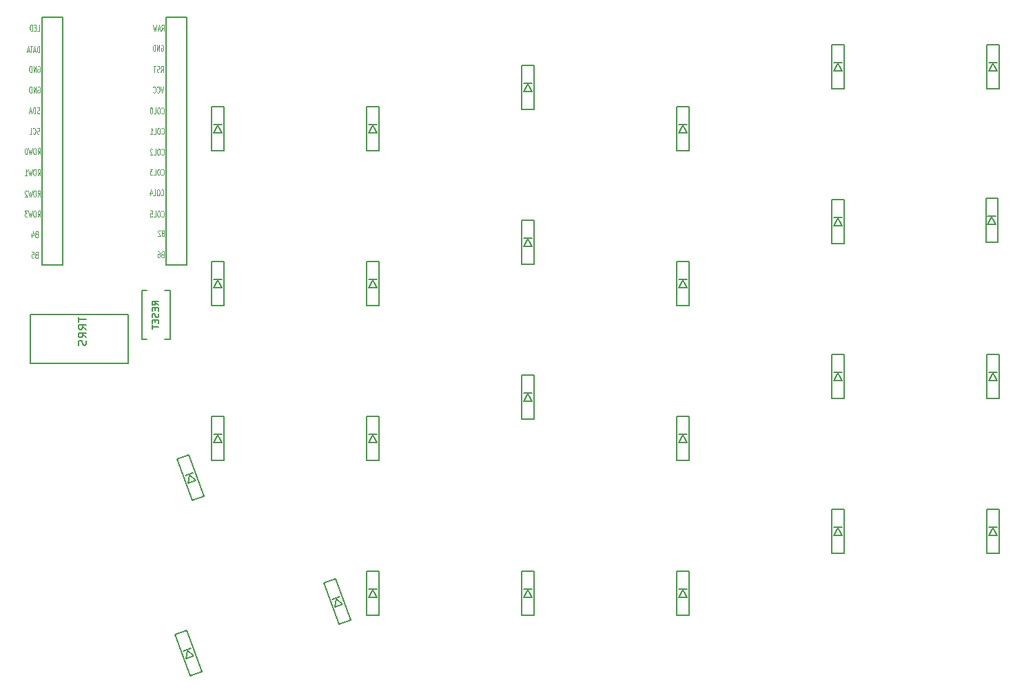
<source format=gbr>
G04 #@! TF.GenerationSoftware,KiCad,Pcbnew,(5.0.2)-1*
G04 #@! TF.CreationDate,2019-03-26T19:18:29+09:00*
G04 #@! TF.ProjectId,ergo50,6572676f-3530-42e6-9b69-6361645f7063,rev?*
G04 #@! TF.SameCoordinates,Original*
G04 #@! TF.FileFunction,Legend,Bot*
G04 #@! TF.FilePolarity,Positive*
%FSLAX46Y46*%
G04 Gerber Fmt 4.6, Leading zero omitted, Abs format (unit mm)*
G04 Created by KiCad (PCBNEW (5.0.2)-1) date 2019/03/26 19:18:29*
%MOMM*%
%LPD*%
G01*
G04 APERTURE LIST*
%ADD10C,0.150000*%
%ADD11C,0.125000*%
G04 APERTURE END LIST*
D10*
G04 #@! TO.C,D26*
X201410000Y-128430000D02*
X199910000Y-128430000D01*
X201410000Y-123030000D02*
X201410000Y-128430000D01*
X199910000Y-123030000D02*
X201410000Y-123030000D01*
X199910000Y-128430000D02*
X199910000Y-123030000D01*
X200160000Y-125230000D02*
X201160000Y-125230000D01*
X201160000Y-126230000D02*
X200660000Y-125330000D01*
X200160000Y-126230000D02*
X201160000Y-126230000D01*
X200660000Y-125330000D02*
X200160000Y-126230000D01*
G04 #@! TO.C,D25*
X200660000Y-106280000D02*
X200160000Y-107180000D01*
X200160000Y-107180000D02*
X201160000Y-107180000D01*
X201160000Y-107180000D02*
X200660000Y-106280000D01*
X200160000Y-106180000D02*
X201160000Y-106180000D01*
X199910000Y-109380000D02*
X199910000Y-103980000D01*
X199910000Y-103980000D02*
X201410000Y-103980000D01*
X201410000Y-103980000D02*
X201410000Y-109380000D01*
X201410000Y-109380000D02*
X199910000Y-109380000D01*
G04 #@! TO.C,D24*
X201299384Y-90137371D02*
X199799384Y-90137371D01*
X201299384Y-84737371D02*
X201299384Y-90137371D01*
X199799384Y-84737371D02*
X201299384Y-84737371D01*
X199799384Y-90137371D02*
X199799384Y-84737371D01*
X200049384Y-86937371D02*
X201049384Y-86937371D01*
X201049384Y-87937371D02*
X200549384Y-87037371D01*
X200049384Y-87937371D02*
X201049384Y-87937371D01*
X200549384Y-87037371D02*
X200049384Y-87937371D01*
G04 #@! TO.C,D23*
X200660000Y-68180000D02*
X200160000Y-69080000D01*
X200160000Y-69080000D02*
X201160000Y-69080000D01*
X201160000Y-69080000D02*
X200660000Y-68180000D01*
X200160000Y-68080000D02*
X201160000Y-68080000D01*
X199910000Y-71280000D02*
X199910000Y-65880000D01*
X199910000Y-65880000D02*
X201410000Y-65880000D01*
X201410000Y-65880000D02*
X201410000Y-71280000D01*
X201410000Y-71280000D02*
X199910000Y-71280000D01*
G04 #@! TO.C,D22*
X181610000Y-125330000D02*
X181110000Y-126230000D01*
X181110000Y-126230000D02*
X182110000Y-126230000D01*
X182110000Y-126230000D02*
X181610000Y-125330000D01*
X181110000Y-125230000D02*
X182110000Y-125230000D01*
X180860000Y-128430000D02*
X180860000Y-123030000D01*
X180860000Y-123030000D02*
X182360000Y-123030000D01*
X182360000Y-123030000D02*
X182360000Y-128430000D01*
X182360000Y-128430000D02*
X180860000Y-128430000D01*
G04 #@! TO.C,D21*
X182360000Y-109380000D02*
X180860000Y-109380000D01*
X182360000Y-103980000D02*
X182360000Y-109380000D01*
X180860000Y-103980000D02*
X182360000Y-103980000D01*
X180860000Y-109380000D02*
X180860000Y-103980000D01*
X181110000Y-106180000D02*
X182110000Y-106180000D01*
X182110000Y-107180000D02*
X181610000Y-106280000D01*
X181110000Y-107180000D02*
X182110000Y-107180000D01*
X181610000Y-106280000D02*
X181110000Y-107180000D01*
G04 #@! TO.C,D20*
X181610000Y-87230000D02*
X181110000Y-88130000D01*
X181110000Y-88130000D02*
X182110000Y-88130000D01*
X182110000Y-88130000D02*
X181610000Y-87230000D01*
X181110000Y-87130000D02*
X182110000Y-87130000D01*
X180860000Y-90330000D02*
X180860000Y-84930000D01*
X180860000Y-84930000D02*
X182360000Y-84930000D01*
X182360000Y-84930000D02*
X182360000Y-90330000D01*
X182360000Y-90330000D02*
X180860000Y-90330000D01*
G04 #@! TO.C,D19*
X182360000Y-71280000D02*
X180860000Y-71280000D01*
X182360000Y-65880000D02*
X182360000Y-71280000D01*
X180860000Y-65880000D02*
X182360000Y-65880000D01*
X180860000Y-71280000D02*
X180860000Y-65880000D01*
X181110000Y-68080000D02*
X182110000Y-68080000D01*
X182110000Y-69080000D02*
X181610000Y-68180000D01*
X181110000Y-69080000D02*
X182110000Y-69080000D01*
X181610000Y-68180000D02*
X181110000Y-69080000D01*
G04 #@! TO.C,D18*
X163310000Y-136050000D02*
X161810000Y-136050000D01*
X163310000Y-130650000D02*
X163310000Y-136050000D01*
X161810000Y-130650000D02*
X163310000Y-130650000D01*
X161810000Y-136050000D02*
X161810000Y-130650000D01*
X162060000Y-132850000D02*
X163060000Y-132850000D01*
X163060000Y-133850000D02*
X162560000Y-132950000D01*
X162060000Y-133850000D02*
X163060000Y-133850000D01*
X162560000Y-132950000D02*
X162060000Y-133850000D01*
G04 #@! TO.C,D17*
X162560000Y-113900000D02*
X162060000Y-114800000D01*
X162060000Y-114800000D02*
X163060000Y-114800000D01*
X163060000Y-114800000D02*
X162560000Y-113900000D01*
X162060000Y-113800000D02*
X163060000Y-113800000D01*
X161810000Y-117000000D02*
X161810000Y-111600000D01*
X161810000Y-111600000D02*
X163310000Y-111600000D01*
X163310000Y-111600000D02*
X163310000Y-117000000D01*
X163310000Y-117000000D02*
X161810000Y-117000000D01*
G04 #@! TO.C,D16*
X163310000Y-97950000D02*
X161810000Y-97950000D01*
X163310000Y-92550000D02*
X163310000Y-97950000D01*
X161810000Y-92550000D02*
X163310000Y-92550000D01*
X161810000Y-97950000D02*
X161810000Y-92550000D01*
X162060000Y-94750000D02*
X163060000Y-94750000D01*
X163060000Y-95750000D02*
X162560000Y-94850000D01*
X162060000Y-95750000D02*
X163060000Y-95750000D01*
X162560000Y-94850000D02*
X162060000Y-95750000D01*
G04 #@! TO.C,D15*
X162560000Y-75800000D02*
X162060000Y-76700000D01*
X162060000Y-76700000D02*
X163060000Y-76700000D01*
X163060000Y-76700000D02*
X162560000Y-75800000D01*
X162060000Y-75700000D02*
X163060000Y-75700000D01*
X161810000Y-78900000D02*
X161810000Y-73500000D01*
X161810000Y-73500000D02*
X163310000Y-73500000D01*
X163310000Y-73500000D02*
X163310000Y-78900000D01*
X163310000Y-78900000D02*
X161810000Y-78900000D01*
G04 #@! TO.C,D14*
X143510000Y-132950000D02*
X143010000Y-133850000D01*
X143010000Y-133850000D02*
X144010000Y-133850000D01*
X144010000Y-133850000D02*
X143510000Y-132950000D01*
X143010000Y-132850000D02*
X144010000Y-132850000D01*
X142760000Y-136050000D02*
X142760000Y-130650000D01*
X142760000Y-130650000D02*
X144260000Y-130650000D01*
X144260000Y-130650000D02*
X144260000Y-136050000D01*
X144260000Y-136050000D02*
X142760000Y-136050000D01*
G04 #@! TO.C,D13*
X144260000Y-111920000D02*
X142760000Y-111920000D01*
X144260000Y-106520000D02*
X144260000Y-111920000D01*
X142760000Y-106520000D02*
X144260000Y-106520000D01*
X142760000Y-111920000D02*
X142760000Y-106520000D01*
X143010000Y-108720000D02*
X144010000Y-108720000D01*
X144010000Y-109720000D02*
X143510000Y-108820000D01*
X143010000Y-109720000D02*
X144010000Y-109720000D01*
X143510000Y-108820000D02*
X143010000Y-109720000D01*
G04 #@! TO.C,D12*
X143510000Y-89770000D02*
X143010000Y-90670000D01*
X143010000Y-90670000D02*
X144010000Y-90670000D01*
X144010000Y-90670000D02*
X143510000Y-89770000D01*
X143010000Y-89670000D02*
X144010000Y-89670000D01*
X142760000Y-92870000D02*
X142760000Y-87470000D01*
X142760000Y-87470000D02*
X144260000Y-87470000D01*
X144260000Y-87470000D02*
X144260000Y-92870000D01*
X144260000Y-92870000D02*
X142760000Y-92870000D01*
G04 #@! TO.C,D11*
X144260000Y-73820000D02*
X142760000Y-73820000D01*
X144260000Y-68420000D02*
X144260000Y-73820000D01*
X142760000Y-68420000D02*
X144260000Y-68420000D01*
X142760000Y-73820000D02*
X142760000Y-68420000D01*
X143010000Y-70620000D02*
X144010000Y-70620000D01*
X144010000Y-71620000D02*
X143510000Y-70720000D01*
X143010000Y-71620000D02*
X144010000Y-71620000D01*
X143510000Y-70720000D02*
X143010000Y-71620000D01*
G04 #@! TO.C,D9*
X124460000Y-113900000D02*
X123960000Y-114800000D01*
X123960000Y-114800000D02*
X124960000Y-114800000D01*
X124960000Y-114800000D02*
X124460000Y-113900000D01*
X123960000Y-113800000D02*
X124960000Y-113800000D01*
X123710000Y-117000000D02*
X123710000Y-111600000D01*
X123710000Y-111600000D02*
X125210000Y-111600000D01*
X125210000Y-111600000D02*
X125210000Y-117000000D01*
X125210000Y-117000000D02*
X123710000Y-117000000D01*
G04 #@! TO.C,D8*
X125210000Y-97950000D02*
X123710000Y-97950000D01*
X125210000Y-92550000D02*
X125210000Y-97950000D01*
X123710000Y-92550000D02*
X125210000Y-92550000D01*
X123710000Y-97950000D02*
X123710000Y-92550000D01*
X123960000Y-94750000D02*
X124960000Y-94750000D01*
X124960000Y-95750000D02*
X124460000Y-94850000D01*
X123960000Y-95750000D02*
X124960000Y-95750000D01*
X124460000Y-94850000D02*
X123960000Y-95750000D01*
G04 #@! TO.C,D7*
X124460000Y-75800000D02*
X123960000Y-76700000D01*
X123960000Y-76700000D02*
X124960000Y-76700000D01*
X124960000Y-76700000D02*
X124460000Y-75800000D01*
X123960000Y-75700000D02*
X124960000Y-75700000D01*
X123710000Y-78900000D02*
X123710000Y-73500000D01*
X123710000Y-73500000D02*
X125210000Y-73500000D01*
X125210000Y-73500000D02*
X125210000Y-78900000D01*
X125210000Y-78900000D02*
X123710000Y-78900000D01*
G04 #@! TO.C,D5*
X105410000Y-113900000D02*
X104910000Y-114800000D01*
X104910000Y-114800000D02*
X105910000Y-114800000D01*
X105910000Y-114800000D02*
X105410000Y-113900000D01*
X104910000Y-113800000D02*
X105910000Y-113800000D01*
X104660000Y-117000000D02*
X104660000Y-111600000D01*
X104660000Y-111600000D02*
X106160000Y-111600000D01*
X106160000Y-111600000D02*
X106160000Y-117000000D01*
X106160000Y-117000000D02*
X104660000Y-117000000D01*
G04 #@! TO.C,D4*
X105410000Y-94850000D02*
X104910000Y-95750000D01*
X104910000Y-95750000D02*
X105910000Y-95750000D01*
X105910000Y-95750000D02*
X105410000Y-94850000D01*
X104910000Y-94750000D02*
X105910000Y-94750000D01*
X104660000Y-97950000D02*
X104660000Y-92550000D01*
X104660000Y-92550000D02*
X106160000Y-92550000D01*
X106160000Y-92550000D02*
X106160000Y-97950000D01*
X106160000Y-97950000D02*
X104660000Y-97950000D01*
G04 #@! TO.C,D3*
X106160000Y-78900000D02*
X104660000Y-78900000D01*
X106160000Y-73500000D02*
X106160000Y-78900000D01*
X104660000Y-73500000D02*
X106160000Y-73500000D01*
X104660000Y-78900000D02*
X104660000Y-73500000D01*
X104910000Y-75700000D02*
X105910000Y-75700000D01*
X105910000Y-76700000D02*
X105410000Y-75800000D01*
X104910000Y-76700000D02*
X105910000Y-76700000D01*
X105410000Y-75800000D02*
X104910000Y-76700000D01*
G04 #@! TO.C,D10*
X125210000Y-136050000D02*
X123710000Y-136050000D01*
X125210000Y-130650000D02*
X125210000Y-136050000D01*
X123710000Y-130650000D02*
X125210000Y-130650000D01*
X123710000Y-136050000D02*
X123710000Y-130650000D01*
X123960000Y-132850000D02*
X124960000Y-132850000D01*
X124960000Y-133850000D02*
X124460000Y-132950000D01*
X123960000Y-133850000D02*
X124960000Y-133850000D01*
X124460000Y-132950000D02*
X123960000Y-133850000D01*
G04 #@! TO.C,D1*
X101971192Y-118750123D02*
X101809164Y-119766856D01*
X101809164Y-119766856D02*
X102748856Y-119424836D01*
X102748856Y-119424836D02*
X101971192Y-118750123D01*
X101467144Y-118827164D02*
X102406836Y-118485144D01*
X102326685Y-121919685D02*
X100479776Y-116845345D01*
X100479776Y-116845345D02*
X101889315Y-116332315D01*
X101889315Y-116332315D02*
X103736224Y-121406655D01*
X103736224Y-121406655D02*
X102326685Y-121919685D01*
G04 #@! TO.C,D6*
X121770224Y-136646655D02*
X120360685Y-137159685D01*
X119923315Y-131572315D02*
X121770224Y-136646655D01*
X118513776Y-132085345D02*
X119923315Y-131572315D01*
X120360685Y-137159685D02*
X118513776Y-132085345D01*
X119501144Y-134067164D02*
X120440836Y-133725144D01*
X120782856Y-134664836D02*
X120005192Y-133990123D01*
X119843164Y-135006856D02*
X120782856Y-134664836D01*
X120005192Y-133990123D02*
X119843164Y-135006856D01*
G04 #@! TO.C,D2*
X101717192Y-140340123D02*
X101555164Y-141356856D01*
X101555164Y-141356856D02*
X102494856Y-141014836D01*
X102494856Y-141014836D02*
X101717192Y-140340123D01*
X101213144Y-140417164D02*
X102152836Y-140075144D01*
X102072685Y-143509685D02*
X100225776Y-138435345D01*
X100225776Y-138435345D02*
X101635315Y-137922315D01*
X101635315Y-137922315D02*
X103482224Y-142996655D01*
X103482224Y-142996655D02*
X102072685Y-143509685D01*
G04 #@! TO.C,D1*
X102326685Y-121919685D02*
X103736224Y-121406655D01*
X100479776Y-116845345D02*
X102326685Y-121919685D01*
X101889315Y-116332315D02*
X100479776Y-116845345D01*
X103736224Y-121406655D02*
X101889315Y-116332315D01*
X102406836Y-118485144D02*
X101467144Y-118827164D01*
X101809164Y-119766856D02*
X101971192Y-118750123D01*
X102748856Y-119424836D02*
X101809164Y-119766856D01*
X101971192Y-118750123D02*
X102748856Y-119424836D01*
G04 #@! TO.C,D2*
X102072685Y-143509685D02*
X103482224Y-142996655D01*
X100225776Y-138435345D02*
X102072685Y-143509685D01*
X101635315Y-137922315D02*
X100225776Y-138435345D01*
X103482224Y-142996655D02*
X101635315Y-137922315D01*
X102152836Y-140075144D02*
X101213144Y-140417164D01*
X101555164Y-141356856D02*
X101717192Y-140340123D01*
X102494856Y-141014836D02*
X101555164Y-141356856D01*
X101717192Y-140340123D02*
X102494856Y-141014836D01*
G04 #@! TO.C,D3*
X105410000Y-75800000D02*
X105910000Y-76700000D01*
X105910000Y-76700000D02*
X104910000Y-76700000D01*
X104910000Y-76700000D02*
X105410000Y-75800000D01*
X105910000Y-75700000D02*
X104910000Y-75700000D01*
X106160000Y-78900000D02*
X106160000Y-73500000D01*
X106160000Y-73500000D02*
X104660000Y-73500000D01*
X104660000Y-73500000D02*
X104660000Y-78900000D01*
X104660000Y-78900000D02*
X106160000Y-78900000D01*
G04 #@! TO.C,D4*
X104660000Y-97950000D02*
X106160000Y-97950000D01*
X104660000Y-92550000D02*
X104660000Y-97950000D01*
X106160000Y-92550000D02*
X104660000Y-92550000D01*
X106160000Y-97950000D02*
X106160000Y-92550000D01*
X105910000Y-94750000D02*
X104910000Y-94750000D01*
X104910000Y-95750000D02*
X105410000Y-94850000D01*
X105910000Y-95750000D02*
X104910000Y-95750000D01*
X105410000Y-94850000D02*
X105910000Y-95750000D01*
G04 #@! TO.C,D5*
X104660000Y-117000000D02*
X106160000Y-117000000D01*
X104660000Y-111600000D02*
X104660000Y-117000000D01*
X106160000Y-111600000D02*
X104660000Y-111600000D01*
X106160000Y-117000000D02*
X106160000Y-111600000D01*
X105910000Y-113800000D02*
X104910000Y-113800000D01*
X104910000Y-114800000D02*
X105410000Y-113900000D01*
X105910000Y-114800000D02*
X104910000Y-114800000D01*
X105410000Y-113900000D02*
X105910000Y-114800000D01*
G04 #@! TO.C,D6*
X120005192Y-133990123D02*
X120782856Y-134664836D01*
X120782856Y-134664836D02*
X119843164Y-135006856D01*
X119843164Y-135006856D02*
X120005192Y-133990123D01*
X120440836Y-133725144D02*
X119501144Y-134067164D01*
X121770224Y-136646655D02*
X119923315Y-131572315D01*
X119923315Y-131572315D02*
X118513776Y-132085345D01*
X118513776Y-132085345D02*
X120360685Y-137159685D01*
X120360685Y-137159685D02*
X121770224Y-136646655D01*
G04 #@! TO.C,D7*
X123710000Y-78900000D02*
X125210000Y-78900000D01*
X123710000Y-73500000D02*
X123710000Y-78900000D01*
X125210000Y-73500000D02*
X123710000Y-73500000D01*
X125210000Y-78900000D02*
X125210000Y-73500000D01*
X124960000Y-75700000D02*
X123960000Y-75700000D01*
X123960000Y-76700000D02*
X124460000Y-75800000D01*
X124960000Y-76700000D02*
X123960000Y-76700000D01*
X124460000Y-75800000D02*
X124960000Y-76700000D01*
G04 #@! TO.C,D8*
X124460000Y-94850000D02*
X124960000Y-95750000D01*
X124960000Y-95750000D02*
X123960000Y-95750000D01*
X123960000Y-95750000D02*
X124460000Y-94850000D01*
X124960000Y-94750000D02*
X123960000Y-94750000D01*
X125210000Y-97950000D02*
X125210000Y-92550000D01*
X125210000Y-92550000D02*
X123710000Y-92550000D01*
X123710000Y-92550000D02*
X123710000Y-97950000D01*
X123710000Y-97950000D02*
X125210000Y-97950000D01*
G04 #@! TO.C,D9*
X123710000Y-117000000D02*
X125210000Y-117000000D01*
X123710000Y-111600000D02*
X123710000Y-117000000D01*
X125210000Y-111600000D02*
X123710000Y-111600000D01*
X125210000Y-117000000D02*
X125210000Y-111600000D01*
X124960000Y-113800000D02*
X123960000Y-113800000D01*
X123960000Y-114800000D02*
X124460000Y-113900000D01*
X124960000Y-114800000D02*
X123960000Y-114800000D01*
X124460000Y-113900000D02*
X124960000Y-114800000D01*
G04 #@! TO.C,D10*
X124460000Y-132950000D02*
X124960000Y-133850000D01*
X124960000Y-133850000D02*
X123960000Y-133850000D01*
X123960000Y-133850000D02*
X124460000Y-132950000D01*
X124960000Y-132850000D02*
X123960000Y-132850000D01*
X125210000Y-136050000D02*
X125210000Y-130650000D01*
X125210000Y-130650000D02*
X123710000Y-130650000D01*
X123710000Y-130650000D02*
X123710000Y-136050000D01*
X123710000Y-136050000D02*
X125210000Y-136050000D01*
G04 #@! TO.C,D11*
X143510000Y-70720000D02*
X144010000Y-71620000D01*
X144010000Y-71620000D02*
X143010000Y-71620000D01*
X143010000Y-71620000D02*
X143510000Y-70720000D01*
X144010000Y-70620000D02*
X143010000Y-70620000D01*
X144260000Y-73820000D02*
X144260000Y-68420000D01*
X144260000Y-68420000D02*
X142760000Y-68420000D01*
X142760000Y-68420000D02*
X142760000Y-73820000D01*
X142760000Y-73820000D02*
X144260000Y-73820000D01*
G04 #@! TO.C,D12*
X142760000Y-92870000D02*
X144260000Y-92870000D01*
X142760000Y-87470000D02*
X142760000Y-92870000D01*
X144260000Y-87470000D02*
X142760000Y-87470000D01*
X144260000Y-92870000D02*
X144260000Y-87470000D01*
X144010000Y-89670000D02*
X143010000Y-89670000D01*
X143010000Y-90670000D02*
X143510000Y-89770000D01*
X144010000Y-90670000D02*
X143010000Y-90670000D01*
X143510000Y-89770000D02*
X144010000Y-90670000D01*
G04 #@! TO.C,D13*
X143510000Y-108820000D02*
X144010000Y-109720000D01*
X144010000Y-109720000D02*
X143010000Y-109720000D01*
X143010000Y-109720000D02*
X143510000Y-108820000D01*
X144010000Y-108720000D02*
X143010000Y-108720000D01*
X144260000Y-111920000D02*
X144260000Y-106520000D01*
X144260000Y-106520000D02*
X142760000Y-106520000D01*
X142760000Y-106520000D02*
X142760000Y-111920000D01*
X142760000Y-111920000D02*
X144260000Y-111920000D01*
G04 #@! TO.C,D14*
X142760000Y-136050000D02*
X144260000Y-136050000D01*
X142760000Y-130650000D02*
X142760000Y-136050000D01*
X144260000Y-130650000D02*
X142760000Y-130650000D01*
X144260000Y-136050000D02*
X144260000Y-130650000D01*
X144010000Y-132850000D02*
X143010000Y-132850000D01*
X143010000Y-133850000D02*
X143510000Y-132950000D01*
X144010000Y-133850000D02*
X143010000Y-133850000D01*
X143510000Y-132950000D02*
X144010000Y-133850000D01*
G04 #@! TO.C,D15*
X161810000Y-78900000D02*
X163310000Y-78900000D01*
X161810000Y-73500000D02*
X161810000Y-78900000D01*
X163310000Y-73500000D02*
X161810000Y-73500000D01*
X163310000Y-78900000D02*
X163310000Y-73500000D01*
X163060000Y-75700000D02*
X162060000Y-75700000D01*
X162060000Y-76700000D02*
X162560000Y-75800000D01*
X163060000Y-76700000D02*
X162060000Y-76700000D01*
X162560000Y-75800000D02*
X163060000Y-76700000D01*
G04 #@! TO.C,D16*
X162560000Y-94850000D02*
X163060000Y-95750000D01*
X163060000Y-95750000D02*
X162060000Y-95750000D01*
X162060000Y-95750000D02*
X162560000Y-94850000D01*
X163060000Y-94750000D02*
X162060000Y-94750000D01*
X163310000Y-97950000D02*
X163310000Y-92550000D01*
X163310000Y-92550000D02*
X161810000Y-92550000D01*
X161810000Y-92550000D02*
X161810000Y-97950000D01*
X161810000Y-97950000D02*
X163310000Y-97950000D01*
G04 #@! TO.C,D17*
X161810000Y-117000000D02*
X163310000Y-117000000D01*
X161810000Y-111600000D02*
X161810000Y-117000000D01*
X163310000Y-111600000D02*
X161810000Y-111600000D01*
X163310000Y-117000000D02*
X163310000Y-111600000D01*
X163060000Y-113800000D02*
X162060000Y-113800000D01*
X162060000Y-114800000D02*
X162560000Y-113900000D01*
X163060000Y-114800000D02*
X162060000Y-114800000D01*
X162560000Y-113900000D02*
X163060000Y-114800000D01*
G04 #@! TO.C,D18*
X162560000Y-132950000D02*
X163060000Y-133850000D01*
X163060000Y-133850000D02*
X162060000Y-133850000D01*
X162060000Y-133850000D02*
X162560000Y-132950000D01*
X163060000Y-132850000D02*
X162060000Y-132850000D01*
X163310000Y-136050000D02*
X163310000Y-130650000D01*
X163310000Y-130650000D02*
X161810000Y-130650000D01*
X161810000Y-130650000D02*
X161810000Y-136050000D01*
X161810000Y-136050000D02*
X163310000Y-136050000D01*
G04 #@! TO.C,D19*
X181610000Y-68180000D02*
X182110000Y-69080000D01*
X182110000Y-69080000D02*
X181110000Y-69080000D01*
X181110000Y-69080000D02*
X181610000Y-68180000D01*
X182110000Y-68080000D02*
X181110000Y-68080000D01*
X182360000Y-71280000D02*
X182360000Y-65880000D01*
X182360000Y-65880000D02*
X180860000Y-65880000D01*
X180860000Y-65880000D02*
X180860000Y-71280000D01*
X180860000Y-71280000D02*
X182360000Y-71280000D01*
G04 #@! TO.C,D20*
X180860000Y-90330000D02*
X182360000Y-90330000D01*
X180860000Y-84930000D02*
X180860000Y-90330000D01*
X182360000Y-84930000D02*
X180860000Y-84930000D01*
X182360000Y-90330000D02*
X182360000Y-84930000D01*
X182110000Y-87130000D02*
X181110000Y-87130000D01*
X181110000Y-88130000D02*
X181610000Y-87230000D01*
X182110000Y-88130000D02*
X181110000Y-88130000D01*
X181610000Y-87230000D02*
X182110000Y-88130000D01*
G04 #@! TO.C,D21*
X181610000Y-106280000D02*
X182110000Y-107180000D01*
X182110000Y-107180000D02*
X181110000Y-107180000D01*
X181110000Y-107180000D02*
X181610000Y-106280000D01*
X182110000Y-106180000D02*
X181110000Y-106180000D01*
X182360000Y-109380000D02*
X182360000Y-103980000D01*
X182360000Y-103980000D02*
X180860000Y-103980000D01*
X180860000Y-103980000D02*
X180860000Y-109380000D01*
X180860000Y-109380000D02*
X182360000Y-109380000D01*
G04 #@! TO.C,D22*
X180860000Y-128430000D02*
X182360000Y-128430000D01*
X180860000Y-123030000D02*
X180860000Y-128430000D01*
X182360000Y-123030000D02*
X180860000Y-123030000D01*
X182360000Y-128430000D02*
X182360000Y-123030000D01*
X182110000Y-125230000D02*
X181110000Y-125230000D01*
X181110000Y-126230000D02*
X181610000Y-125330000D01*
X182110000Y-126230000D02*
X181110000Y-126230000D01*
X181610000Y-125330000D02*
X182110000Y-126230000D01*
G04 #@! TO.C,D23*
X199910000Y-71280000D02*
X201410000Y-71280000D01*
X199910000Y-65880000D02*
X199910000Y-71280000D01*
X201410000Y-65880000D02*
X199910000Y-65880000D01*
X201410000Y-71280000D02*
X201410000Y-65880000D01*
X201160000Y-68080000D02*
X200160000Y-68080000D01*
X200160000Y-69080000D02*
X200660000Y-68180000D01*
X201160000Y-69080000D02*
X200160000Y-69080000D01*
X200660000Y-68180000D02*
X201160000Y-69080000D01*
G04 #@! TO.C,D24*
X200549384Y-87037371D02*
X201049384Y-87937371D01*
X201049384Y-87937371D02*
X200049384Y-87937371D01*
X200049384Y-87937371D02*
X200549384Y-87037371D01*
X201049384Y-86937371D02*
X200049384Y-86937371D01*
X201299384Y-90137371D02*
X201299384Y-84737371D01*
X201299384Y-84737371D02*
X199799384Y-84737371D01*
X199799384Y-84737371D02*
X199799384Y-90137371D01*
X199799384Y-90137371D02*
X201299384Y-90137371D01*
G04 #@! TO.C,D25*
X199910000Y-109380000D02*
X201410000Y-109380000D01*
X199910000Y-103980000D02*
X199910000Y-109380000D01*
X201410000Y-103980000D02*
X199910000Y-103980000D01*
X201410000Y-109380000D02*
X201410000Y-103980000D01*
X201160000Y-106180000D02*
X200160000Y-106180000D01*
X200160000Y-107180000D02*
X200660000Y-106280000D01*
X201160000Y-107180000D02*
X200160000Y-107180000D01*
X200660000Y-106280000D02*
X201160000Y-107180000D01*
G04 #@! TO.C,D26*
X200660000Y-125330000D02*
X201160000Y-126230000D01*
X201160000Y-126230000D02*
X200160000Y-126230000D01*
X200160000Y-126230000D02*
X200660000Y-125330000D01*
X201160000Y-125230000D02*
X200160000Y-125230000D01*
X201410000Y-128430000D02*
X201410000Y-123030000D01*
X201410000Y-123030000D02*
X199910000Y-123030000D01*
X199910000Y-123030000D02*
X199910000Y-128430000D01*
X199910000Y-128430000D02*
X201410000Y-128430000D01*
G04 #@! TO.C,J1*
X94434000Y-105080000D02*
X82434000Y-105080000D01*
X94434000Y-99080000D02*
X94434000Y-105080000D01*
X82434000Y-99080000D02*
X94434000Y-99080000D01*
X82434000Y-105080000D02*
X82434000Y-99080000D01*
G04 #@! TO.C,SW27*
X99590000Y-96060000D02*
X99590000Y-101960000D01*
X99590000Y-96060000D02*
X99590000Y-102060000D01*
X96090000Y-102060000D02*
X96090000Y-96060000D01*
X99590000Y-102060000D02*
X98890000Y-102060000D01*
X96090000Y-102060000D02*
X96690000Y-102060000D01*
X96090000Y-96060000D02*
X96690000Y-96060000D01*
X99590000Y-96060000D02*
X98890000Y-96060000D01*
G04 #@! TO.C,U1*
X99060000Y-62484000D02*
X101600000Y-62484000D01*
X101600000Y-62484000D02*
X101600000Y-92964000D01*
X101600000Y-92964000D02*
X99060000Y-92964000D01*
X99060000Y-92964000D02*
X99060000Y-62484000D01*
X83820000Y-62484000D02*
X86360000Y-62484000D01*
X86360000Y-62484000D02*
X86360000Y-92964000D01*
X86360000Y-92964000D02*
X83820000Y-92964000D01*
X83820000Y-92964000D02*
X83820000Y-62484000D01*
G04 #@! TO.C,J1*
X88299880Y-99393595D02*
X88299880Y-99965023D01*
X89299880Y-99679309D02*
X88299880Y-99679309D01*
X89299880Y-100869785D02*
X88823690Y-100536452D01*
X89299880Y-100298357D02*
X88299880Y-100298357D01*
X88299880Y-100679309D01*
X88347500Y-100774547D01*
X88395119Y-100822166D01*
X88490357Y-100869785D01*
X88633214Y-100869785D01*
X88728452Y-100822166D01*
X88776071Y-100774547D01*
X88823690Y-100679309D01*
X88823690Y-100298357D01*
X89299880Y-101869785D02*
X88823690Y-101536452D01*
X89299880Y-101298357D02*
X88299880Y-101298357D01*
X88299880Y-101679309D01*
X88347500Y-101774547D01*
X88395119Y-101822166D01*
X88490357Y-101869785D01*
X88633214Y-101869785D01*
X88728452Y-101822166D01*
X88776071Y-101774547D01*
X88823690Y-101679309D01*
X88823690Y-101298357D01*
X89252261Y-102250738D02*
X89299880Y-102393595D01*
X89299880Y-102631690D01*
X89252261Y-102726928D01*
X89204642Y-102774547D01*
X89109404Y-102822166D01*
X89014166Y-102822166D01*
X88918928Y-102774547D01*
X88871309Y-102726928D01*
X88823690Y-102631690D01*
X88776071Y-102441214D01*
X88728452Y-102345976D01*
X88680833Y-102298357D01*
X88585595Y-102250738D01*
X88490357Y-102250738D01*
X88395119Y-102298357D01*
X88347500Y-102345976D01*
X88299880Y-102441214D01*
X88299880Y-102679309D01*
X88347500Y-102822166D01*
G04 #@! TO.C,SW27*
X98151904Y-97898095D02*
X97770952Y-97631428D01*
X98151904Y-97440952D02*
X97351904Y-97440952D01*
X97351904Y-97745714D01*
X97390000Y-97821904D01*
X97428095Y-97860000D01*
X97504285Y-97898095D01*
X97618571Y-97898095D01*
X97694761Y-97860000D01*
X97732857Y-97821904D01*
X97770952Y-97745714D01*
X97770952Y-97440952D01*
X97732857Y-98240952D02*
X97732857Y-98507619D01*
X98151904Y-98621904D02*
X98151904Y-98240952D01*
X97351904Y-98240952D01*
X97351904Y-98621904D01*
X98113809Y-98926666D02*
X98151904Y-99040952D01*
X98151904Y-99231428D01*
X98113809Y-99307619D01*
X98075714Y-99345714D01*
X97999523Y-99383809D01*
X97923333Y-99383809D01*
X97847142Y-99345714D01*
X97809047Y-99307619D01*
X97770952Y-99231428D01*
X97732857Y-99079047D01*
X97694761Y-99002857D01*
X97656666Y-98964761D01*
X97580476Y-98926666D01*
X97504285Y-98926666D01*
X97428095Y-98964761D01*
X97390000Y-99002857D01*
X97351904Y-99079047D01*
X97351904Y-99269523D01*
X97390000Y-99383809D01*
X97732857Y-99726666D02*
X97732857Y-99993333D01*
X98151904Y-100107619D02*
X98151904Y-99726666D01*
X97351904Y-99726666D01*
X97351904Y-100107619D01*
X97351904Y-100336190D02*
X97351904Y-100793333D01*
X98151904Y-100564761D02*
X97351904Y-100564761D01*
G04 #@! TO.C,U1*
D11*
X98516238Y-64156785D02*
X98682904Y-63799642D01*
X98801952Y-64156785D02*
X98801952Y-63406785D01*
X98611476Y-63406785D01*
X98563857Y-63442500D01*
X98540047Y-63478214D01*
X98516238Y-63549642D01*
X98516238Y-63656785D01*
X98540047Y-63728214D01*
X98563857Y-63763928D01*
X98611476Y-63799642D01*
X98801952Y-63799642D01*
X98325761Y-63942500D02*
X98087666Y-63942500D01*
X98373380Y-64156785D02*
X98206714Y-63406785D01*
X98040047Y-64156785D01*
X97921000Y-63406785D02*
X97801952Y-64156785D01*
X97706714Y-63621071D01*
X97611476Y-64156785D01*
X97492428Y-63406785D01*
X83252428Y-64156785D02*
X83490523Y-64156785D01*
X83490523Y-63406785D01*
X83085761Y-63763928D02*
X82919095Y-63763928D01*
X82847666Y-64156785D02*
X83085761Y-64156785D01*
X83085761Y-63406785D01*
X82847666Y-63406785D01*
X82633380Y-64156785D02*
X82633380Y-63406785D01*
X82514333Y-63406785D01*
X82442904Y-63442500D01*
X82395285Y-63513928D01*
X82371476Y-63585357D01*
X82347666Y-63728214D01*
X82347666Y-63835357D01*
X82371476Y-63978214D01*
X82395285Y-64049642D01*
X82442904Y-64121071D01*
X82514333Y-64156785D01*
X82633380Y-64156785D01*
X98488452Y-65919000D02*
X98536071Y-65883285D01*
X98607500Y-65883285D01*
X98678928Y-65919000D01*
X98726547Y-65990428D01*
X98750357Y-66061857D01*
X98774166Y-66204714D01*
X98774166Y-66311857D01*
X98750357Y-66454714D01*
X98726547Y-66526142D01*
X98678928Y-66597571D01*
X98607500Y-66633285D01*
X98559880Y-66633285D01*
X98488452Y-66597571D01*
X98464642Y-66561857D01*
X98464642Y-66311857D01*
X98559880Y-66311857D01*
X98250357Y-66633285D02*
X98250357Y-65883285D01*
X97964642Y-66633285D01*
X97964642Y-65883285D01*
X97726547Y-66633285D02*
X97726547Y-65883285D01*
X97607500Y-65883285D01*
X97536071Y-65919000D01*
X97488452Y-65990428D01*
X97464642Y-66061857D01*
X97440833Y-66204714D01*
X97440833Y-66311857D01*
X97464642Y-66454714D01*
X97488452Y-66526142D01*
X97536071Y-66597571D01*
X97607500Y-66633285D01*
X97726547Y-66633285D01*
X83530000Y-66801285D02*
X83530000Y-66051285D01*
X83410952Y-66051285D01*
X83339523Y-66087000D01*
X83291904Y-66158428D01*
X83268095Y-66229857D01*
X83244285Y-66372714D01*
X83244285Y-66479857D01*
X83268095Y-66622714D01*
X83291904Y-66694142D01*
X83339523Y-66765571D01*
X83410952Y-66801285D01*
X83530000Y-66801285D01*
X83053809Y-66587000D02*
X82815714Y-66587000D01*
X83101428Y-66801285D02*
X82934761Y-66051285D01*
X82768095Y-66801285D01*
X82672857Y-66051285D02*
X82387142Y-66051285D01*
X82530000Y-66801285D02*
X82530000Y-66051285D01*
X82244285Y-66587000D02*
X82006190Y-66587000D01*
X82291904Y-66801285D02*
X82125238Y-66051285D01*
X81958571Y-66801285D01*
X98444809Y-69236785D02*
X98611476Y-68879642D01*
X98730523Y-69236785D02*
X98730523Y-68486785D01*
X98540047Y-68486785D01*
X98492428Y-68522500D01*
X98468619Y-68558214D01*
X98444809Y-68629642D01*
X98444809Y-68736785D01*
X98468619Y-68808214D01*
X98492428Y-68843928D01*
X98540047Y-68879642D01*
X98730523Y-68879642D01*
X98254333Y-69201071D02*
X98182904Y-69236785D01*
X98063857Y-69236785D01*
X98016238Y-69201071D01*
X97992428Y-69165357D01*
X97968619Y-69093928D01*
X97968619Y-69022500D01*
X97992428Y-68951071D01*
X98016238Y-68915357D01*
X98063857Y-68879642D01*
X98159095Y-68843928D01*
X98206714Y-68808214D01*
X98230523Y-68772500D01*
X98254333Y-68701071D01*
X98254333Y-68629642D01*
X98230523Y-68558214D01*
X98206714Y-68522500D01*
X98159095Y-68486785D01*
X98040047Y-68486785D01*
X97968619Y-68522500D01*
X97825761Y-68486785D02*
X97540047Y-68486785D01*
X97682904Y-69236785D02*
X97682904Y-68486785D01*
X83311952Y-68522500D02*
X83359571Y-68486785D01*
X83431000Y-68486785D01*
X83502428Y-68522500D01*
X83550047Y-68593928D01*
X83573857Y-68665357D01*
X83597666Y-68808214D01*
X83597666Y-68915357D01*
X83573857Y-69058214D01*
X83550047Y-69129642D01*
X83502428Y-69201071D01*
X83431000Y-69236785D01*
X83383380Y-69236785D01*
X83311952Y-69201071D01*
X83288142Y-69165357D01*
X83288142Y-68915357D01*
X83383380Y-68915357D01*
X83073857Y-69236785D02*
X83073857Y-68486785D01*
X82788142Y-69236785D01*
X82788142Y-68486785D01*
X82550047Y-69236785D02*
X82550047Y-68486785D01*
X82431000Y-68486785D01*
X82359571Y-68522500D01*
X82311952Y-68593928D01*
X82288142Y-68665357D01*
X82264333Y-68808214D01*
X82264333Y-68915357D01*
X82288142Y-69058214D01*
X82311952Y-69129642D01*
X82359571Y-69201071D01*
X82431000Y-69236785D01*
X82550047Y-69236785D01*
X98774166Y-71026785D02*
X98607500Y-71776785D01*
X98440833Y-71026785D01*
X97988452Y-71705357D02*
X98012261Y-71741071D01*
X98083690Y-71776785D01*
X98131309Y-71776785D01*
X98202738Y-71741071D01*
X98250357Y-71669642D01*
X98274166Y-71598214D01*
X98297976Y-71455357D01*
X98297976Y-71348214D01*
X98274166Y-71205357D01*
X98250357Y-71133928D01*
X98202738Y-71062500D01*
X98131309Y-71026785D01*
X98083690Y-71026785D01*
X98012261Y-71062500D01*
X97988452Y-71098214D01*
X97488452Y-71705357D02*
X97512261Y-71741071D01*
X97583690Y-71776785D01*
X97631309Y-71776785D01*
X97702738Y-71741071D01*
X97750357Y-71669642D01*
X97774166Y-71598214D01*
X97797976Y-71455357D01*
X97797976Y-71348214D01*
X97774166Y-71205357D01*
X97750357Y-71133928D01*
X97702738Y-71062500D01*
X97631309Y-71026785D01*
X97583690Y-71026785D01*
X97512261Y-71062500D01*
X97488452Y-71098214D01*
X83311952Y-71062500D02*
X83359571Y-71026785D01*
X83431000Y-71026785D01*
X83502428Y-71062500D01*
X83550047Y-71133928D01*
X83573857Y-71205357D01*
X83597666Y-71348214D01*
X83597666Y-71455357D01*
X83573857Y-71598214D01*
X83550047Y-71669642D01*
X83502428Y-71741071D01*
X83431000Y-71776785D01*
X83383380Y-71776785D01*
X83311952Y-71741071D01*
X83288142Y-71705357D01*
X83288142Y-71455357D01*
X83383380Y-71455357D01*
X83073857Y-71776785D02*
X83073857Y-71026785D01*
X82788142Y-71776785D01*
X82788142Y-71026785D01*
X82550047Y-71776785D02*
X82550047Y-71026785D01*
X82431000Y-71026785D01*
X82359571Y-71062500D01*
X82311952Y-71133928D01*
X82288142Y-71205357D01*
X82264333Y-71348214D01*
X82264333Y-71455357D01*
X82288142Y-71598214D01*
X82311952Y-71669642D01*
X82359571Y-71741071D01*
X82431000Y-71776785D01*
X82550047Y-71776785D01*
X98527619Y-81829857D02*
X98551428Y-81865571D01*
X98622857Y-81901285D01*
X98670476Y-81901285D01*
X98741904Y-81865571D01*
X98789523Y-81794142D01*
X98813333Y-81722714D01*
X98837142Y-81579857D01*
X98837142Y-81472714D01*
X98813333Y-81329857D01*
X98789523Y-81258428D01*
X98741904Y-81187000D01*
X98670476Y-81151285D01*
X98622857Y-81151285D01*
X98551428Y-81187000D01*
X98527619Y-81222714D01*
X98218095Y-81151285D02*
X98122857Y-81151285D01*
X98075238Y-81187000D01*
X98027619Y-81258428D01*
X98003809Y-81401285D01*
X98003809Y-81651285D01*
X98027619Y-81794142D01*
X98075238Y-81865571D01*
X98122857Y-81901285D01*
X98218095Y-81901285D01*
X98265714Y-81865571D01*
X98313333Y-81794142D01*
X98337142Y-81651285D01*
X98337142Y-81401285D01*
X98313333Y-81258428D01*
X98265714Y-81187000D01*
X98218095Y-81151285D01*
X97551428Y-81901285D02*
X97789523Y-81901285D01*
X97789523Y-81151285D01*
X97432380Y-81151285D02*
X97122857Y-81151285D01*
X97289523Y-81437000D01*
X97218095Y-81437000D01*
X97170476Y-81472714D01*
X97146666Y-81508428D01*
X97122857Y-81579857D01*
X97122857Y-81758428D01*
X97146666Y-81829857D01*
X97170476Y-81865571D01*
X97218095Y-81901285D01*
X97360952Y-81901285D01*
X97408571Y-81865571D01*
X97432380Y-81829857D01*
X83310952Y-79333285D02*
X83477619Y-78976142D01*
X83596666Y-79333285D02*
X83596666Y-78583285D01*
X83406190Y-78583285D01*
X83358571Y-78619000D01*
X83334761Y-78654714D01*
X83310952Y-78726142D01*
X83310952Y-78833285D01*
X83334761Y-78904714D01*
X83358571Y-78940428D01*
X83406190Y-78976142D01*
X83596666Y-78976142D01*
X83001428Y-78583285D02*
X82906190Y-78583285D01*
X82858571Y-78619000D01*
X82810952Y-78690428D01*
X82787142Y-78833285D01*
X82787142Y-79083285D01*
X82810952Y-79226142D01*
X82858571Y-79297571D01*
X82906190Y-79333285D01*
X83001428Y-79333285D01*
X83049047Y-79297571D01*
X83096666Y-79226142D01*
X83120476Y-79083285D01*
X83120476Y-78833285D01*
X83096666Y-78690428D01*
X83049047Y-78619000D01*
X83001428Y-78583285D01*
X82620476Y-78583285D02*
X82501428Y-79333285D01*
X82406190Y-78797571D01*
X82310952Y-79333285D01*
X82191904Y-78583285D01*
X81906190Y-78583285D02*
X81858571Y-78583285D01*
X81810952Y-78619000D01*
X81787142Y-78654714D01*
X81763333Y-78726142D01*
X81739523Y-78869000D01*
X81739523Y-79047571D01*
X81763333Y-79190428D01*
X81787142Y-79261857D01*
X81810952Y-79297571D01*
X81858571Y-79333285D01*
X81906190Y-79333285D01*
X81953809Y-79297571D01*
X81977619Y-79261857D01*
X82001428Y-79190428D01*
X82025238Y-79047571D01*
X82025238Y-78869000D01*
X82001428Y-78726142D01*
X81977619Y-78654714D01*
X81953809Y-78619000D01*
X81906190Y-78583285D01*
X98527619Y-79329857D02*
X98551428Y-79365571D01*
X98622857Y-79401285D01*
X98670476Y-79401285D01*
X98741904Y-79365571D01*
X98789523Y-79294142D01*
X98813333Y-79222714D01*
X98837142Y-79079857D01*
X98837142Y-78972714D01*
X98813333Y-78829857D01*
X98789523Y-78758428D01*
X98741904Y-78687000D01*
X98670476Y-78651285D01*
X98622857Y-78651285D01*
X98551428Y-78687000D01*
X98527619Y-78722714D01*
X98218095Y-78651285D02*
X98122857Y-78651285D01*
X98075238Y-78687000D01*
X98027619Y-78758428D01*
X98003809Y-78901285D01*
X98003809Y-79151285D01*
X98027619Y-79294142D01*
X98075238Y-79365571D01*
X98122857Y-79401285D01*
X98218095Y-79401285D01*
X98265714Y-79365571D01*
X98313333Y-79294142D01*
X98337142Y-79151285D01*
X98337142Y-78901285D01*
X98313333Y-78758428D01*
X98265714Y-78687000D01*
X98218095Y-78651285D01*
X97551428Y-79401285D02*
X97789523Y-79401285D01*
X97789523Y-78651285D01*
X97408571Y-78722714D02*
X97384761Y-78687000D01*
X97337142Y-78651285D01*
X97218095Y-78651285D01*
X97170476Y-78687000D01*
X97146666Y-78722714D01*
X97122857Y-78794142D01*
X97122857Y-78865571D01*
X97146666Y-78972714D01*
X97432380Y-79401285D01*
X97122857Y-79401285D01*
X83526238Y-76821071D02*
X83454809Y-76856785D01*
X83335761Y-76856785D01*
X83288142Y-76821071D01*
X83264333Y-76785357D01*
X83240523Y-76713928D01*
X83240523Y-76642500D01*
X83264333Y-76571071D01*
X83288142Y-76535357D01*
X83335761Y-76499642D01*
X83431000Y-76463928D01*
X83478619Y-76428214D01*
X83502428Y-76392500D01*
X83526238Y-76321071D01*
X83526238Y-76249642D01*
X83502428Y-76178214D01*
X83478619Y-76142500D01*
X83431000Y-76106785D01*
X83311952Y-76106785D01*
X83240523Y-76142500D01*
X82740523Y-76785357D02*
X82764333Y-76821071D01*
X82835761Y-76856785D01*
X82883380Y-76856785D01*
X82954809Y-76821071D01*
X83002428Y-76749642D01*
X83026238Y-76678214D01*
X83050047Y-76535357D01*
X83050047Y-76428214D01*
X83026238Y-76285357D01*
X83002428Y-76213928D01*
X82954809Y-76142500D01*
X82883380Y-76106785D01*
X82835761Y-76106785D01*
X82764333Y-76142500D01*
X82740523Y-76178214D01*
X82288142Y-76856785D02*
X82526238Y-76856785D01*
X82526238Y-76106785D01*
X98527619Y-76785357D02*
X98551428Y-76821071D01*
X98622857Y-76856785D01*
X98670476Y-76856785D01*
X98741904Y-76821071D01*
X98789523Y-76749642D01*
X98813333Y-76678214D01*
X98837142Y-76535357D01*
X98837142Y-76428214D01*
X98813333Y-76285357D01*
X98789523Y-76213928D01*
X98741904Y-76142500D01*
X98670476Y-76106785D01*
X98622857Y-76106785D01*
X98551428Y-76142500D01*
X98527619Y-76178214D01*
X98218095Y-76106785D02*
X98122857Y-76106785D01*
X98075238Y-76142500D01*
X98027619Y-76213928D01*
X98003809Y-76356785D01*
X98003809Y-76606785D01*
X98027619Y-76749642D01*
X98075238Y-76821071D01*
X98122857Y-76856785D01*
X98218095Y-76856785D01*
X98265714Y-76821071D01*
X98313333Y-76749642D01*
X98337142Y-76606785D01*
X98337142Y-76356785D01*
X98313333Y-76213928D01*
X98265714Y-76142500D01*
X98218095Y-76106785D01*
X97551428Y-76856785D02*
X97789523Y-76856785D01*
X97789523Y-76106785D01*
X97122857Y-76856785D02*
X97408571Y-76856785D01*
X97265714Y-76856785D02*
X97265714Y-76106785D01*
X97313333Y-76213928D01*
X97360952Y-76285357D01*
X97408571Y-76321071D01*
X83538142Y-74281071D02*
X83466714Y-74316785D01*
X83347666Y-74316785D01*
X83300047Y-74281071D01*
X83276238Y-74245357D01*
X83252428Y-74173928D01*
X83252428Y-74102500D01*
X83276238Y-74031071D01*
X83300047Y-73995357D01*
X83347666Y-73959642D01*
X83442904Y-73923928D01*
X83490523Y-73888214D01*
X83514333Y-73852500D01*
X83538142Y-73781071D01*
X83538142Y-73709642D01*
X83514333Y-73638214D01*
X83490523Y-73602500D01*
X83442904Y-73566785D01*
X83323857Y-73566785D01*
X83252428Y-73602500D01*
X83038142Y-74316785D02*
X83038142Y-73566785D01*
X82919095Y-73566785D01*
X82847666Y-73602500D01*
X82800047Y-73673928D01*
X82776238Y-73745357D01*
X82752428Y-73888214D01*
X82752428Y-73995357D01*
X82776238Y-74138214D01*
X82800047Y-74209642D01*
X82847666Y-74281071D01*
X82919095Y-74316785D01*
X83038142Y-74316785D01*
X82561952Y-74102500D02*
X82323857Y-74102500D01*
X82609571Y-74316785D02*
X82442904Y-73566785D01*
X82276238Y-74316785D01*
X98527619Y-74279857D02*
X98551428Y-74315571D01*
X98622857Y-74351285D01*
X98670476Y-74351285D01*
X98741904Y-74315571D01*
X98789523Y-74244142D01*
X98813333Y-74172714D01*
X98837142Y-74029857D01*
X98837142Y-73922714D01*
X98813333Y-73779857D01*
X98789523Y-73708428D01*
X98741904Y-73637000D01*
X98670476Y-73601285D01*
X98622857Y-73601285D01*
X98551428Y-73637000D01*
X98527619Y-73672714D01*
X98218095Y-73601285D02*
X98122857Y-73601285D01*
X98075238Y-73637000D01*
X98027619Y-73708428D01*
X98003809Y-73851285D01*
X98003809Y-74101285D01*
X98027619Y-74244142D01*
X98075238Y-74315571D01*
X98122857Y-74351285D01*
X98218095Y-74351285D01*
X98265714Y-74315571D01*
X98313333Y-74244142D01*
X98337142Y-74101285D01*
X98337142Y-73851285D01*
X98313333Y-73708428D01*
X98265714Y-73637000D01*
X98218095Y-73601285D01*
X97551428Y-74351285D02*
X97789523Y-74351285D01*
X97789523Y-73601285D01*
X97289523Y-73601285D02*
X97241904Y-73601285D01*
X97194285Y-73637000D01*
X97170476Y-73672714D01*
X97146666Y-73744142D01*
X97122857Y-73887000D01*
X97122857Y-74065571D01*
X97146666Y-74208428D01*
X97170476Y-74279857D01*
X97194285Y-74315571D01*
X97241904Y-74351285D01*
X97289523Y-74351285D01*
X97337142Y-74315571D01*
X97360952Y-74279857D01*
X97384761Y-74208428D01*
X97408571Y-74065571D01*
X97408571Y-73887000D01*
X97384761Y-73744142D01*
X97360952Y-73672714D01*
X97337142Y-73637000D01*
X97289523Y-73601285D01*
X98627380Y-91640428D02*
X98555952Y-91676142D01*
X98532142Y-91711857D01*
X98508333Y-91783285D01*
X98508333Y-91890428D01*
X98532142Y-91961857D01*
X98555952Y-91997571D01*
X98603571Y-92033285D01*
X98794047Y-92033285D01*
X98794047Y-91283285D01*
X98627380Y-91283285D01*
X98579761Y-91319000D01*
X98555952Y-91354714D01*
X98532142Y-91426142D01*
X98532142Y-91497571D01*
X98555952Y-91569000D01*
X98579761Y-91604714D01*
X98627380Y-91640428D01*
X98794047Y-91640428D01*
X98079761Y-91283285D02*
X98175000Y-91283285D01*
X98222619Y-91319000D01*
X98246428Y-91354714D01*
X98294047Y-91461857D01*
X98317857Y-91604714D01*
X98317857Y-91890428D01*
X98294047Y-91961857D01*
X98270238Y-91997571D01*
X98222619Y-92033285D01*
X98127380Y-92033285D01*
X98079761Y-91997571D01*
X98055952Y-91961857D01*
X98032142Y-91890428D01*
X98032142Y-91711857D01*
X98055952Y-91640428D01*
X98079761Y-91604714D01*
X98127380Y-91569000D01*
X98222619Y-91569000D01*
X98270238Y-91604714D01*
X98294047Y-91640428D01*
X98317857Y-91711857D01*
X83133380Y-91703928D02*
X83061952Y-91739642D01*
X83038142Y-91775357D01*
X83014333Y-91846785D01*
X83014333Y-91953928D01*
X83038142Y-92025357D01*
X83061952Y-92061071D01*
X83109571Y-92096785D01*
X83300047Y-92096785D01*
X83300047Y-91346785D01*
X83133380Y-91346785D01*
X83085761Y-91382500D01*
X83061952Y-91418214D01*
X83038142Y-91489642D01*
X83038142Y-91561071D01*
X83061952Y-91632500D01*
X83085761Y-91668214D01*
X83133380Y-91703928D01*
X83300047Y-91703928D01*
X82561952Y-91346785D02*
X82800047Y-91346785D01*
X82823857Y-91703928D01*
X82800047Y-91668214D01*
X82752428Y-91632500D01*
X82633380Y-91632500D01*
X82585761Y-91668214D01*
X82561952Y-91703928D01*
X82538142Y-91775357D01*
X82538142Y-91953928D01*
X82561952Y-92025357D01*
X82585761Y-92061071D01*
X82633380Y-92096785D01*
X82752428Y-92096785D01*
X82800047Y-92061071D01*
X82823857Y-92025357D01*
X83133380Y-89163928D02*
X83061952Y-89199642D01*
X83038142Y-89235357D01*
X83014333Y-89306785D01*
X83014333Y-89413928D01*
X83038142Y-89485357D01*
X83061952Y-89521071D01*
X83109571Y-89556785D01*
X83300047Y-89556785D01*
X83300047Y-88806785D01*
X83133380Y-88806785D01*
X83085761Y-88842500D01*
X83061952Y-88878214D01*
X83038142Y-88949642D01*
X83038142Y-89021071D01*
X83061952Y-89092500D01*
X83085761Y-89128214D01*
X83133380Y-89163928D01*
X83300047Y-89163928D01*
X82585761Y-89056785D02*
X82585761Y-89556785D01*
X82704809Y-88771071D02*
X82823857Y-89306785D01*
X82514333Y-89306785D01*
X98690880Y-89036928D02*
X98619452Y-89072642D01*
X98595642Y-89108357D01*
X98571833Y-89179785D01*
X98571833Y-89286928D01*
X98595642Y-89358357D01*
X98619452Y-89394071D01*
X98667071Y-89429785D01*
X98857547Y-89429785D01*
X98857547Y-88679785D01*
X98690880Y-88679785D01*
X98643261Y-88715500D01*
X98619452Y-88751214D01*
X98595642Y-88822642D01*
X98595642Y-88894071D01*
X98619452Y-88965500D01*
X98643261Y-89001214D01*
X98690880Y-89036928D01*
X98857547Y-89036928D01*
X98381357Y-88751214D02*
X98357547Y-88715500D01*
X98309928Y-88679785D01*
X98190880Y-88679785D01*
X98143261Y-88715500D01*
X98119452Y-88751214D01*
X98095642Y-88822642D01*
X98095642Y-88894071D01*
X98119452Y-89001214D01*
X98405166Y-89429785D01*
X98095642Y-89429785D01*
X83310952Y-87051285D02*
X83477619Y-86694142D01*
X83596666Y-87051285D02*
X83596666Y-86301285D01*
X83406190Y-86301285D01*
X83358571Y-86337000D01*
X83334761Y-86372714D01*
X83310952Y-86444142D01*
X83310952Y-86551285D01*
X83334761Y-86622714D01*
X83358571Y-86658428D01*
X83406190Y-86694142D01*
X83596666Y-86694142D01*
X83001428Y-86301285D02*
X82906190Y-86301285D01*
X82858571Y-86337000D01*
X82810952Y-86408428D01*
X82787142Y-86551285D01*
X82787142Y-86801285D01*
X82810952Y-86944142D01*
X82858571Y-87015571D01*
X82906190Y-87051285D01*
X83001428Y-87051285D01*
X83049047Y-87015571D01*
X83096666Y-86944142D01*
X83120476Y-86801285D01*
X83120476Y-86551285D01*
X83096666Y-86408428D01*
X83049047Y-86337000D01*
X83001428Y-86301285D01*
X82620476Y-86301285D02*
X82501428Y-87051285D01*
X82406190Y-86515571D01*
X82310952Y-87051285D01*
X82191904Y-86301285D01*
X82049047Y-86301285D02*
X81739523Y-86301285D01*
X81906190Y-86587000D01*
X81834761Y-86587000D01*
X81787142Y-86622714D01*
X81763333Y-86658428D01*
X81739523Y-86729857D01*
X81739523Y-86908428D01*
X81763333Y-86979857D01*
X81787142Y-87015571D01*
X81834761Y-87051285D01*
X81977619Y-87051285D01*
X82025238Y-87015571D01*
X82049047Y-86979857D01*
X98527619Y-86979857D02*
X98551428Y-87015571D01*
X98622857Y-87051285D01*
X98670476Y-87051285D01*
X98741904Y-87015571D01*
X98789523Y-86944142D01*
X98813333Y-86872714D01*
X98837142Y-86729857D01*
X98837142Y-86622714D01*
X98813333Y-86479857D01*
X98789523Y-86408428D01*
X98741904Y-86337000D01*
X98670476Y-86301285D01*
X98622857Y-86301285D01*
X98551428Y-86337000D01*
X98527619Y-86372714D01*
X98218095Y-86301285D02*
X98122857Y-86301285D01*
X98075238Y-86337000D01*
X98027619Y-86408428D01*
X98003809Y-86551285D01*
X98003809Y-86801285D01*
X98027619Y-86944142D01*
X98075238Y-87015571D01*
X98122857Y-87051285D01*
X98218095Y-87051285D01*
X98265714Y-87015571D01*
X98313333Y-86944142D01*
X98337142Y-86801285D01*
X98337142Y-86551285D01*
X98313333Y-86408428D01*
X98265714Y-86337000D01*
X98218095Y-86301285D01*
X97551428Y-87051285D02*
X97789523Y-87051285D01*
X97789523Y-86301285D01*
X97146666Y-86301285D02*
X97384761Y-86301285D01*
X97408571Y-86658428D01*
X97384761Y-86622714D01*
X97337142Y-86587000D01*
X97218095Y-86587000D01*
X97170476Y-86622714D01*
X97146666Y-86658428D01*
X97122857Y-86729857D01*
X97122857Y-86908428D01*
X97146666Y-86979857D01*
X97170476Y-87015571D01*
X97218095Y-87051285D01*
X97337142Y-87051285D01*
X97384761Y-87015571D01*
X97408571Y-86979857D01*
X83310952Y-84540285D02*
X83477619Y-84183142D01*
X83596666Y-84540285D02*
X83596666Y-83790285D01*
X83406190Y-83790285D01*
X83358571Y-83826000D01*
X83334761Y-83861714D01*
X83310952Y-83933142D01*
X83310952Y-84040285D01*
X83334761Y-84111714D01*
X83358571Y-84147428D01*
X83406190Y-84183142D01*
X83596666Y-84183142D01*
X83001428Y-83790285D02*
X82906190Y-83790285D01*
X82858571Y-83826000D01*
X82810952Y-83897428D01*
X82787142Y-84040285D01*
X82787142Y-84290285D01*
X82810952Y-84433142D01*
X82858571Y-84504571D01*
X82906190Y-84540285D01*
X83001428Y-84540285D01*
X83049047Y-84504571D01*
X83096666Y-84433142D01*
X83120476Y-84290285D01*
X83120476Y-84040285D01*
X83096666Y-83897428D01*
X83049047Y-83826000D01*
X83001428Y-83790285D01*
X82620476Y-83790285D02*
X82501428Y-84540285D01*
X82406190Y-84004571D01*
X82310952Y-84540285D01*
X82191904Y-83790285D01*
X82025238Y-83861714D02*
X82001428Y-83826000D01*
X81953809Y-83790285D01*
X81834761Y-83790285D01*
X81787142Y-83826000D01*
X81763333Y-83861714D01*
X81739523Y-83933142D01*
X81739523Y-84004571D01*
X81763333Y-84111714D01*
X82049047Y-84540285D01*
X81739523Y-84540285D01*
X98477619Y-84341857D02*
X98501428Y-84377571D01*
X98572857Y-84413285D01*
X98620476Y-84413285D01*
X98691904Y-84377571D01*
X98739523Y-84306142D01*
X98763333Y-84234714D01*
X98787142Y-84091857D01*
X98787142Y-83984714D01*
X98763333Y-83841857D01*
X98739523Y-83770428D01*
X98691904Y-83699000D01*
X98620476Y-83663285D01*
X98572857Y-83663285D01*
X98501428Y-83699000D01*
X98477619Y-83734714D01*
X98168095Y-83663285D02*
X98072857Y-83663285D01*
X98025238Y-83699000D01*
X97977619Y-83770428D01*
X97953809Y-83913285D01*
X97953809Y-84163285D01*
X97977619Y-84306142D01*
X98025238Y-84377571D01*
X98072857Y-84413285D01*
X98168095Y-84413285D01*
X98215714Y-84377571D01*
X98263333Y-84306142D01*
X98287142Y-84163285D01*
X98287142Y-83913285D01*
X98263333Y-83770428D01*
X98215714Y-83699000D01*
X98168095Y-83663285D01*
X97501428Y-84413285D02*
X97739523Y-84413285D01*
X97739523Y-83663285D01*
X97120476Y-83913285D02*
X97120476Y-84413285D01*
X97239523Y-83627571D02*
X97358571Y-84163285D01*
X97049047Y-84163285D01*
X83310952Y-81936785D02*
X83477619Y-81579642D01*
X83596666Y-81936785D02*
X83596666Y-81186785D01*
X83406190Y-81186785D01*
X83358571Y-81222500D01*
X83334761Y-81258214D01*
X83310952Y-81329642D01*
X83310952Y-81436785D01*
X83334761Y-81508214D01*
X83358571Y-81543928D01*
X83406190Y-81579642D01*
X83596666Y-81579642D01*
X83001428Y-81186785D02*
X82906190Y-81186785D01*
X82858571Y-81222500D01*
X82810952Y-81293928D01*
X82787142Y-81436785D01*
X82787142Y-81686785D01*
X82810952Y-81829642D01*
X82858571Y-81901071D01*
X82906190Y-81936785D01*
X83001428Y-81936785D01*
X83049047Y-81901071D01*
X83096666Y-81829642D01*
X83120476Y-81686785D01*
X83120476Y-81436785D01*
X83096666Y-81293928D01*
X83049047Y-81222500D01*
X83001428Y-81186785D01*
X82620476Y-81186785D02*
X82501428Y-81936785D01*
X82406190Y-81401071D01*
X82310952Y-81936785D01*
X82191904Y-81186785D01*
X81739523Y-81936785D02*
X82025238Y-81936785D01*
X81882380Y-81936785D02*
X81882380Y-81186785D01*
X81930000Y-81293928D01*
X81977619Y-81365357D01*
X82025238Y-81401071D01*
D10*
G04 #@! TD*
M02*

</source>
